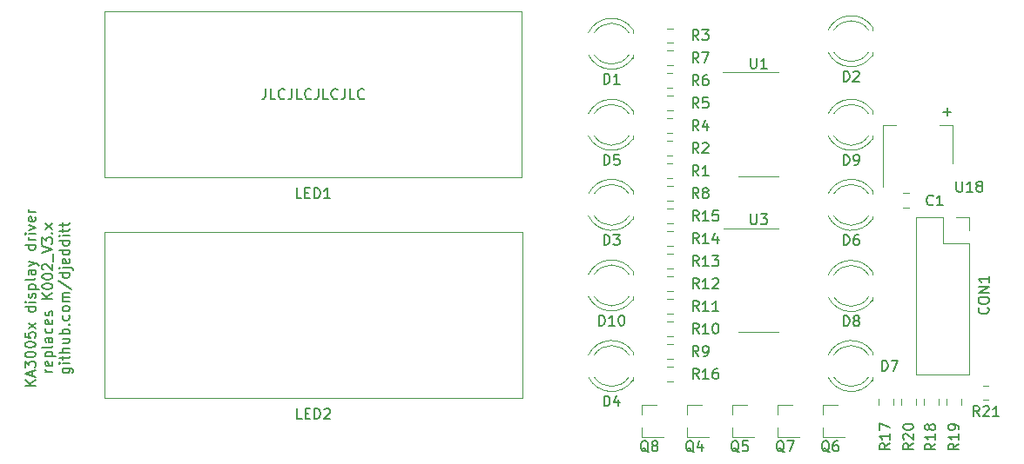
<source format=gbr>
G04 #@! TF.GenerationSoftware,KiCad,Pcbnew,(5.1.6-0-10_14)*
G04 #@! TF.CreationDate,2020-10-10T00:55:13+02:00*
G04 #@! TF.ProjectId,ka3005p_displaydriver,6b613330-3035-4705-9f64-6973706c6179,rev?*
G04 #@! TF.SameCoordinates,Original*
G04 #@! TF.FileFunction,Legend,Top*
G04 #@! TF.FilePolarity,Positive*
%FSLAX46Y46*%
G04 Gerber Fmt 4.6, Leading zero omitted, Abs format (unit mm)*
G04 Created by KiCad (PCBNEW (5.1.6-0-10_14)) date 2020-10-10 00:55:13*
%MOMM*%
%LPD*%
G01*
G04 APERTURE LIST*
%ADD10C,0.150000*%
%ADD11C,0.120000*%
G04 APERTURE END LIST*
D10*
X126430952Y-78302380D02*
X126430952Y-79016666D01*
X126383333Y-79159523D01*
X126288095Y-79254761D01*
X126145238Y-79302380D01*
X126050000Y-79302380D01*
X127383333Y-79302380D02*
X126907142Y-79302380D01*
X126907142Y-78302380D01*
X128288095Y-79207142D02*
X128240476Y-79254761D01*
X128097619Y-79302380D01*
X128002380Y-79302380D01*
X127859523Y-79254761D01*
X127764285Y-79159523D01*
X127716666Y-79064285D01*
X127669047Y-78873809D01*
X127669047Y-78730952D01*
X127716666Y-78540476D01*
X127764285Y-78445238D01*
X127859523Y-78350000D01*
X128002380Y-78302380D01*
X128097619Y-78302380D01*
X128240476Y-78350000D01*
X128288095Y-78397619D01*
X129002380Y-78302380D02*
X129002380Y-79016666D01*
X128954761Y-79159523D01*
X128859523Y-79254761D01*
X128716666Y-79302380D01*
X128621428Y-79302380D01*
X129954761Y-79302380D02*
X129478571Y-79302380D01*
X129478571Y-78302380D01*
X130859523Y-79207142D02*
X130811904Y-79254761D01*
X130669047Y-79302380D01*
X130573809Y-79302380D01*
X130430952Y-79254761D01*
X130335714Y-79159523D01*
X130288095Y-79064285D01*
X130240476Y-78873809D01*
X130240476Y-78730952D01*
X130288095Y-78540476D01*
X130335714Y-78445238D01*
X130430952Y-78350000D01*
X130573809Y-78302380D01*
X130669047Y-78302380D01*
X130811904Y-78350000D01*
X130859523Y-78397619D01*
X131573809Y-78302380D02*
X131573809Y-79016666D01*
X131526190Y-79159523D01*
X131430952Y-79254761D01*
X131288095Y-79302380D01*
X131192857Y-79302380D01*
X132526190Y-79302380D02*
X132050000Y-79302380D01*
X132050000Y-78302380D01*
X133430952Y-79207142D02*
X133383333Y-79254761D01*
X133240476Y-79302380D01*
X133145238Y-79302380D01*
X133002380Y-79254761D01*
X132907142Y-79159523D01*
X132859523Y-79064285D01*
X132811904Y-78873809D01*
X132811904Y-78730952D01*
X132859523Y-78540476D01*
X132907142Y-78445238D01*
X133002380Y-78350000D01*
X133145238Y-78302380D01*
X133240476Y-78302380D01*
X133383333Y-78350000D01*
X133430952Y-78397619D01*
X134145238Y-78302380D02*
X134145238Y-79016666D01*
X134097619Y-79159523D01*
X134002380Y-79254761D01*
X133859523Y-79302380D01*
X133764285Y-79302380D01*
X135097619Y-79302380D02*
X134621428Y-79302380D01*
X134621428Y-78302380D01*
X136002380Y-79207142D02*
X135954761Y-79254761D01*
X135811904Y-79302380D01*
X135716666Y-79302380D01*
X135573809Y-79254761D01*
X135478571Y-79159523D01*
X135430952Y-79064285D01*
X135383333Y-78873809D01*
X135383333Y-78730952D01*
X135430952Y-78540476D01*
X135478571Y-78445238D01*
X135573809Y-78350000D01*
X135716666Y-78302380D01*
X135811904Y-78302380D01*
X135954761Y-78350000D01*
X136002380Y-78397619D01*
X192319047Y-80521428D02*
X193080952Y-80521428D01*
X192700000Y-80902380D02*
X192700000Y-80140476D01*
X104052380Y-107223809D02*
X103052380Y-107223809D01*
X104052380Y-106652380D02*
X103480952Y-107080952D01*
X103052380Y-106652380D02*
X103623809Y-107223809D01*
X103766666Y-106271428D02*
X103766666Y-105795238D01*
X104052380Y-106366666D02*
X103052380Y-106033333D01*
X104052380Y-105700000D01*
X103052380Y-105461904D02*
X103052380Y-104842857D01*
X103433333Y-105176190D01*
X103433333Y-105033333D01*
X103480952Y-104938095D01*
X103528571Y-104890476D01*
X103623809Y-104842857D01*
X103861904Y-104842857D01*
X103957142Y-104890476D01*
X104004761Y-104938095D01*
X104052380Y-105033333D01*
X104052380Y-105319047D01*
X104004761Y-105414285D01*
X103957142Y-105461904D01*
X103052380Y-104223809D02*
X103052380Y-104128571D01*
X103100000Y-104033333D01*
X103147619Y-103985714D01*
X103242857Y-103938095D01*
X103433333Y-103890476D01*
X103671428Y-103890476D01*
X103861904Y-103938095D01*
X103957142Y-103985714D01*
X104004761Y-104033333D01*
X104052380Y-104128571D01*
X104052380Y-104223809D01*
X104004761Y-104319047D01*
X103957142Y-104366666D01*
X103861904Y-104414285D01*
X103671428Y-104461904D01*
X103433333Y-104461904D01*
X103242857Y-104414285D01*
X103147619Y-104366666D01*
X103100000Y-104319047D01*
X103052380Y-104223809D01*
X103052380Y-103271428D02*
X103052380Y-103176190D01*
X103100000Y-103080952D01*
X103147619Y-103033333D01*
X103242857Y-102985714D01*
X103433333Y-102938095D01*
X103671428Y-102938095D01*
X103861904Y-102985714D01*
X103957142Y-103033333D01*
X104004761Y-103080952D01*
X104052380Y-103176190D01*
X104052380Y-103271428D01*
X104004761Y-103366666D01*
X103957142Y-103414285D01*
X103861904Y-103461904D01*
X103671428Y-103509523D01*
X103433333Y-103509523D01*
X103242857Y-103461904D01*
X103147619Y-103414285D01*
X103100000Y-103366666D01*
X103052380Y-103271428D01*
X103052380Y-102033333D02*
X103052380Y-102509523D01*
X103528571Y-102557142D01*
X103480952Y-102509523D01*
X103433333Y-102414285D01*
X103433333Y-102176190D01*
X103480952Y-102080952D01*
X103528571Y-102033333D01*
X103623809Y-101985714D01*
X103861904Y-101985714D01*
X103957142Y-102033333D01*
X104004761Y-102080952D01*
X104052380Y-102176190D01*
X104052380Y-102414285D01*
X104004761Y-102509523D01*
X103957142Y-102557142D01*
X104052380Y-101652380D02*
X103385714Y-101128571D01*
X103385714Y-101652380D02*
X104052380Y-101128571D01*
X104052380Y-99557142D02*
X103052380Y-99557142D01*
X104004761Y-99557142D02*
X104052380Y-99652380D01*
X104052380Y-99842857D01*
X104004761Y-99938095D01*
X103957142Y-99985714D01*
X103861904Y-100033333D01*
X103576190Y-100033333D01*
X103480952Y-99985714D01*
X103433333Y-99938095D01*
X103385714Y-99842857D01*
X103385714Y-99652380D01*
X103433333Y-99557142D01*
X104052380Y-99080952D02*
X103385714Y-99080952D01*
X103052380Y-99080952D02*
X103100000Y-99128571D01*
X103147619Y-99080952D01*
X103100000Y-99033333D01*
X103052380Y-99080952D01*
X103147619Y-99080952D01*
X104004761Y-98652380D02*
X104052380Y-98557142D01*
X104052380Y-98366666D01*
X104004761Y-98271428D01*
X103909523Y-98223809D01*
X103861904Y-98223809D01*
X103766666Y-98271428D01*
X103719047Y-98366666D01*
X103719047Y-98509523D01*
X103671428Y-98604761D01*
X103576190Y-98652380D01*
X103528571Y-98652380D01*
X103433333Y-98604761D01*
X103385714Y-98509523D01*
X103385714Y-98366666D01*
X103433333Y-98271428D01*
X103385714Y-97795238D02*
X104385714Y-97795238D01*
X103433333Y-97795238D02*
X103385714Y-97700000D01*
X103385714Y-97509523D01*
X103433333Y-97414285D01*
X103480952Y-97366666D01*
X103576190Y-97319047D01*
X103861904Y-97319047D01*
X103957142Y-97366666D01*
X104004761Y-97414285D01*
X104052380Y-97509523D01*
X104052380Y-97700000D01*
X104004761Y-97795238D01*
X104052380Y-96747619D02*
X104004761Y-96842857D01*
X103909523Y-96890476D01*
X103052380Y-96890476D01*
X104052380Y-95938095D02*
X103528571Y-95938095D01*
X103433333Y-95985714D01*
X103385714Y-96080952D01*
X103385714Y-96271428D01*
X103433333Y-96366666D01*
X104004761Y-95938095D02*
X104052380Y-96033333D01*
X104052380Y-96271428D01*
X104004761Y-96366666D01*
X103909523Y-96414285D01*
X103814285Y-96414285D01*
X103719047Y-96366666D01*
X103671428Y-96271428D01*
X103671428Y-96033333D01*
X103623809Y-95938095D01*
X103385714Y-95557142D02*
X104052380Y-95319047D01*
X103385714Y-95080952D02*
X104052380Y-95319047D01*
X104290476Y-95414285D01*
X104338095Y-95461904D01*
X104385714Y-95557142D01*
X104052380Y-93509523D02*
X103052380Y-93509523D01*
X104004761Y-93509523D02*
X104052380Y-93604761D01*
X104052380Y-93795238D01*
X104004761Y-93890476D01*
X103957142Y-93938095D01*
X103861904Y-93985714D01*
X103576190Y-93985714D01*
X103480952Y-93938095D01*
X103433333Y-93890476D01*
X103385714Y-93795238D01*
X103385714Y-93604761D01*
X103433333Y-93509523D01*
X104052380Y-93033333D02*
X103385714Y-93033333D01*
X103576190Y-93033333D02*
X103480952Y-92985714D01*
X103433333Y-92938095D01*
X103385714Y-92842857D01*
X103385714Y-92747619D01*
X104052380Y-92414285D02*
X103385714Y-92414285D01*
X103052380Y-92414285D02*
X103100000Y-92461904D01*
X103147619Y-92414285D01*
X103100000Y-92366666D01*
X103052380Y-92414285D01*
X103147619Y-92414285D01*
X103385714Y-92033333D02*
X104052380Y-91795238D01*
X103385714Y-91557142D01*
X104004761Y-90795238D02*
X104052380Y-90890476D01*
X104052380Y-91080952D01*
X104004761Y-91176190D01*
X103909523Y-91223809D01*
X103528571Y-91223809D01*
X103433333Y-91176190D01*
X103385714Y-91080952D01*
X103385714Y-90890476D01*
X103433333Y-90795238D01*
X103528571Y-90747619D01*
X103623809Y-90747619D01*
X103719047Y-91223809D01*
X104052380Y-90319047D02*
X103385714Y-90319047D01*
X103576190Y-90319047D02*
X103480952Y-90271428D01*
X103433333Y-90223809D01*
X103385714Y-90128571D01*
X103385714Y-90033333D01*
X105702380Y-105866666D02*
X105035714Y-105866666D01*
X105226190Y-105866666D02*
X105130952Y-105819047D01*
X105083333Y-105771428D01*
X105035714Y-105676190D01*
X105035714Y-105580952D01*
X105654761Y-104866666D02*
X105702380Y-104961904D01*
X105702380Y-105152380D01*
X105654761Y-105247619D01*
X105559523Y-105295238D01*
X105178571Y-105295238D01*
X105083333Y-105247619D01*
X105035714Y-105152380D01*
X105035714Y-104961904D01*
X105083333Y-104866666D01*
X105178571Y-104819047D01*
X105273809Y-104819047D01*
X105369047Y-105295238D01*
X105035714Y-104390476D02*
X106035714Y-104390476D01*
X105083333Y-104390476D02*
X105035714Y-104295238D01*
X105035714Y-104104761D01*
X105083333Y-104009523D01*
X105130952Y-103961904D01*
X105226190Y-103914285D01*
X105511904Y-103914285D01*
X105607142Y-103961904D01*
X105654761Y-104009523D01*
X105702380Y-104104761D01*
X105702380Y-104295238D01*
X105654761Y-104390476D01*
X105702380Y-103342857D02*
X105654761Y-103438095D01*
X105559523Y-103485714D01*
X104702380Y-103485714D01*
X105702380Y-102533333D02*
X105178571Y-102533333D01*
X105083333Y-102580952D01*
X105035714Y-102676190D01*
X105035714Y-102866666D01*
X105083333Y-102961904D01*
X105654761Y-102533333D02*
X105702380Y-102628571D01*
X105702380Y-102866666D01*
X105654761Y-102961904D01*
X105559523Y-103009523D01*
X105464285Y-103009523D01*
X105369047Y-102961904D01*
X105321428Y-102866666D01*
X105321428Y-102628571D01*
X105273809Y-102533333D01*
X105654761Y-101628571D02*
X105702380Y-101723809D01*
X105702380Y-101914285D01*
X105654761Y-102009523D01*
X105607142Y-102057142D01*
X105511904Y-102104761D01*
X105226190Y-102104761D01*
X105130952Y-102057142D01*
X105083333Y-102009523D01*
X105035714Y-101914285D01*
X105035714Y-101723809D01*
X105083333Y-101628571D01*
X105654761Y-100819047D02*
X105702380Y-100914285D01*
X105702380Y-101104761D01*
X105654761Y-101200000D01*
X105559523Y-101247619D01*
X105178571Y-101247619D01*
X105083333Y-101200000D01*
X105035714Y-101104761D01*
X105035714Y-100914285D01*
X105083333Y-100819047D01*
X105178571Y-100771428D01*
X105273809Y-100771428D01*
X105369047Y-101247619D01*
X105654761Y-100390476D02*
X105702380Y-100295238D01*
X105702380Y-100104761D01*
X105654761Y-100009523D01*
X105559523Y-99961904D01*
X105511904Y-99961904D01*
X105416666Y-100009523D01*
X105369047Y-100104761D01*
X105369047Y-100247619D01*
X105321428Y-100342857D01*
X105226190Y-100390476D01*
X105178571Y-100390476D01*
X105083333Y-100342857D01*
X105035714Y-100247619D01*
X105035714Y-100104761D01*
X105083333Y-100009523D01*
X105702380Y-98771428D02*
X104702380Y-98771428D01*
X105702380Y-98200000D02*
X105130952Y-98628571D01*
X104702380Y-98200000D02*
X105273809Y-98771428D01*
X104702380Y-97580952D02*
X104702380Y-97485714D01*
X104750000Y-97390476D01*
X104797619Y-97342857D01*
X104892857Y-97295238D01*
X105083333Y-97247619D01*
X105321428Y-97247619D01*
X105511904Y-97295238D01*
X105607142Y-97342857D01*
X105654761Y-97390476D01*
X105702380Y-97485714D01*
X105702380Y-97580952D01*
X105654761Y-97676190D01*
X105607142Y-97723809D01*
X105511904Y-97771428D01*
X105321428Y-97819047D01*
X105083333Y-97819047D01*
X104892857Y-97771428D01*
X104797619Y-97723809D01*
X104750000Y-97676190D01*
X104702380Y-97580952D01*
X104702380Y-96628571D02*
X104702380Y-96533333D01*
X104750000Y-96438095D01*
X104797619Y-96390476D01*
X104892857Y-96342857D01*
X105083333Y-96295238D01*
X105321428Y-96295238D01*
X105511904Y-96342857D01*
X105607142Y-96390476D01*
X105654761Y-96438095D01*
X105702380Y-96533333D01*
X105702380Y-96628571D01*
X105654761Y-96723809D01*
X105607142Y-96771428D01*
X105511904Y-96819047D01*
X105321428Y-96866666D01*
X105083333Y-96866666D01*
X104892857Y-96819047D01*
X104797619Y-96771428D01*
X104750000Y-96723809D01*
X104702380Y-96628571D01*
X104797619Y-95914285D02*
X104750000Y-95866666D01*
X104702380Y-95771428D01*
X104702380Y-95533333D01*
X104750000Y-95438095D01*
X104797619Y-95390476D01*
X104892857Y-95342857D01*
X104988095Y-95342857D01*
X105130952Y-95390476D01*
X105702380Y-95961904D01*
X105702380Y-95342857D01*
X105797619Y-95152380D02*
X105797619Y-94390476D01*
X104702380Y-94295238D02*
X105702380Y-93961904D01*
X104702380Y-93628571D01*
X104702380Y-93390476D02*
X104702380Y-92771428D01*
X105083333Y-93104761D01*
X105083333Y-92961904D01*
X105130952Y-92866666D01*
X105178571Y-92819047D01*
X105273809Y-92771428D01*
X105511904Y-92771428D01*
X105607142Y-92819047D01*
X105654761Y-92866666D01*
X105702380Y-92961904D01*
X105702380Y-93247619D01*
X105654761Y-93342857D01*
X105607142Y-93390476D01*
X105607142Y-92342857D02*
X105654761Y-92295238D01*
X105702380Y-92342857D01*
X105654761Y-92390476D01*
X105607142Y-92342857D01*
X105702380Y-92342857D01*
X105702380Y-91961904D02*
X105035714Y-91438095D01*
X105035714Y-91961904D02*
X105702380Y-91438095D01*
X106685714Y-105509523D02*
X107495238Y-105509523D01*
X107590476Y-105557142D01*
X107638095Y-105604761D01*
X107685714Y-105700000D01*
X107685714Y-105842857D01*
X107638095Y-105938095D01*
X107304761Y-105509523D02*
X107352380Y-105604761D01*
X107352380Y-105795238D01*
X107304761Y-105890476D01*
X107257142Y-105938095D01*
X107161904Y-105985714D01*
X106876190Y-105985714D01*
X106780952Y-105938095D01*
X106733333Y-105890476D01*
X106685714Y-105795238D01*
X106685714Y-105604761D01*
X106733333Y-105509523D01*
X107352380Y-105033333D02*
X106685714Y-105033333D01*
X106352380Y-105033333D02*
X106400000Y-105080952D01*
X106447619Y-105033333D01*
X106400000Y-104985714D01*
X106352380Y-105033333D01*
X106447619Y-105033333D01*
X106685714Y-104700000D02*
X106685714Y-104319047D01*
X106352380Y-104557142D02*
X107209523Y-104557142D01*
X107304761Y-104509523D01*
X107352380Y-104414285D01*
X107352380Y-104319047D01*
X107352380Y-103985714D02*
X106352380Y-103985714D01*
X107352380Y-103557142D02*
X106828571Y-103557142D01*
X106733333Y-103604761D01*
X106685714Y-103700000D01*
X106685714Y-103842857D01*
X106733333Y-103938095D01*
X106780952Y-103985714D01*
X106685714Y-102652380D02*
X107352380Y-102652380D01*
X106685714Y-103080952D02*
X107209523Y-103080952D01*
X107304761Y-103033333D01*
X107352380Y-102938095D01*
X107352380Y-102795238D01*
X107304761Y-102700000D01*
X107257142Y-102652380D01*
X107352380Y-102176190D02*
X106352380Y-102176190D01*
X106733333Y-102176190D02*
X106685714Y-102080952D01*
X106685714Y-101890476D01*
X106733333Y-101795238D01*
X106780952Y-101747619D01*
X106876190Y-101700000D01*
X107161904Y-101700000D01*
X107257142Y-101747619D01*
X107304761Y-101795238D01*
X107352380Y-101890476D01*
X107352380Y-102080952D01*
X107304761Y-102176190D01*
X107257142Y-101271428D02*
X107304761Y-101223809D01*
X107352380Y-101271428D01*
X107304761Y-101319047D01*
X107257142Y-101271428D01*
X107352380Y-101271428D01*
X107304761Y-100366666D02*
X107352380Y-100461904D01*
X107352380Y-100652380D01*
X107304761Y-100747619D01*
X107257142Y-100795238D01*
X107161904Y-100842857D01*
X106876190Y-100842857D01*
X106780952Y-100795238D01*
X106733333Y-100747619D01*
X106685714Y-100652380D01*
X106685714Y-100461904D01*
X106733333Y-100366666D01*
X107352380Y-99795238D02*
X107304761Y-99890476D01*
X107257142Y-99938095D01*
X107161904Y-99985714D01*
X106876190Y-99985714D01*
X106780952Y-99938095D01*
X106733333Y-99890476D01*
X106685714Y-99795238D01*
X106685714Y-99652380D01*
X106733333Y-99557142D01*
X106780952Y-99509523D01*
X106876190Y-99461904D01*
X107161904Y-99461904D01*
X107257142Y-99509523D01*
X107304761Y-99557142D01*
X107352380Y-99652380D01*
X107352380Y-99795238D01*
X107352380Y-99033333D02*
X106685714Y-99033333D01*
X106780952Y-99033333D02*
X106733333Y-98985714D01*
X106685714Y-98890476D01*
X106685714Y-98747619D01*
X106733333Y-98652380D01*
X106828571Y-98604761D01*
X107352380Y-98604761D01*
X106828571Y-98604761D02*
X106733333Y-98557142D01*
X106685714Y-98461904D01*
X106685714Y-98319047D01*
X106733333Y-98223809D01*
X106828571Y-98176190D01*
X107352380Y-98176190D01*
X106304761Y-96985714D02*
X107590476Y-97842857D01*
X107352380Y-96223809D02*
X106352380Y-96223809D01*
X107304761Y-96223809D02*
X107352380Y-96319047D01*
X107352380Y-96509523D01*
X107304761Y-96604761D01*
X107257142Y-96652380D01*
X107161904Y-96700000D01*
X106876190Y-96700000D01*
X106780952Y-96652380D01*
X106733333Y-96604761D01*
X106685714Y-96509523D01*
X106685714Y-96319047D01*
X106733333Y-96223809D01*
X106685714Y-95747619D02*
X107542857Y-95747619D01*
X107638095Y-95795238D01*
X107685714Y-95890476D01*
X107685714Y-95938095D01*
X106352380Y-95747619D02*
X106400000Y-95795238D01*
X106447619Y-95747619D01*
X106400000Y-95700000D01*
X106352380Y-95747619D01*
X106447619Y-95747619D01*
X107304761Y-94890476D02*
X107352380Y-94985714D01*
X107352380Y-95176190D01*
X107304761Y-95271428D01*
X107209523Y-95319047D01*
X106828571Y-95319047D01*
X106733333Y-95271428D01*
X106685714Y-95176190D01*
X106685714Y-94985714D01*
X106733333Y-94890476D01*
X106828571Y-94842857D01*
X106923809Y-94842857D01*
X107019047Y-95319047D01*
X107352380Y-93985714D02*
X106352380Y-93985714D01*
X107304761Y-93985714D02*
X107352380Y-94080952D01*
X107352380Y-94271428D01*
X107304761Y-94366666D01*
X107257142Y-94414285D01*
X107161904Y-94461904D01*
X106876190Y-94461904D01*
X106780952Y-94414285D01*
X106733333Y-94366666D01*
X106685714Y-94271428D01*
X106685714Y-94080952D01*
X106733333Y-93985714D01*
X107352380Y-93080952D02*
X106352380Y-93080952D01*
X107304761Y-93080952D02*
X107352380Y-93176190D01*
X107352380Y-93366666D01*
X107304761Y-93461904D01*
X107257142Y-93509523D01*
X107161904Y-93557142D01*
X106876190Y-93557142D01*
X106780952Y-93509523D01*
X106733333Y-93461904D01*
X106685714Y-93366666D01*
X106685714Y-93176190D01*
X106733333Y-93080952D01*
X107352380Y-92604761D02*
X106685714Y-92604761D01*
X106352380Y-92604761D02*
X106400000Y-92652380D01*
X106447619Y-92604761D01*
X106400000Y-92557142D01*
X106352380Y-92604761D01*
X106447619Y-92604761D01*
X106685714Y-92271428D02*
X106685714Y-91890476D01*
X106352380Y-92128571D02*
X107209523Y-92128571D01*
X107304761Y-92080952D01*
X107352380Y-91985714D01*
X107352380Y-91890476D01*
X106685714Y-91700000D02*
X106685714Y-91319047D01*
X106352380Y-91557142D02*
X107209523Y-91557142D01*
X107304761Y-91509523D01*
X107352380Y-91414285D01*
X107352380Y-91319047D01*
D11*
X188443748Y-88460000D02*
X188966252Y-88460000D01*
X188443748Y-89880000D02*
X188966252Y-89880000D01*
X151350000Y-86950000D02*
X110750000Y-86950000D01*
X151350000Y-86950000D02*
X151350000Y-70750000D01*
X110750000Y-70750000D02*
X110750000Y-86950000D01*
X110750000Y-70750000D02*
X151350000Y-70750000D01*
X188240000Y-108538748D02*
X188240000Y-109061252D01*
X189660000Y-108538748D02*
X189660000Y-109061252D01*
X190440000Y-108538748D02*
X190440000Y-109061252D01*
X191860000Y-108538748D02*
X191860000Y-109061252D01*
X192640000Y-108538748D02*
X192640000Y-109061252D01*
X194060000Y-108538748D02*
X194060000Y-109061252D01*
X176190000Y-109070000D02*
X177650000Y-109070000D01*
X176190000Y-112230000D02*
X178350000Y-112230000D01*
X176190000Y-112230000D02*
X176190000Y-111300000D01*
X176190000Y-109070000D02*
X176190000Y-110000000D01*
X151370000Y-108450000D02*
X110770000Y-108450000D01*
X151370000Y-108450000D02*
X151370000Y-92250000D01*
X110770000Y-92250000D02*
X110770000Y-108450000D01*
X110770000Y-92250000D02*
X151370000Y-92250000D01*
X180590000Y-109070000D02*
X182050000Y-109070000D01*
X180590000Y-112230000D02*
X182750000Y-112230000D01*
X180590000Y-112230000D02*
X180590000Y-111300000D01*
X180590000Y-109070000D02*
X180590000Y-110000000D01*
X162130000Y-80720000D02*
X162130000Y-80401000D01*
X162130000Y-83199000D02*
X162130000Y-82880000D01*
X157826758Y-82880724D02*
G75*
G03*
X162130000Y-83198749I2243242J1080724D01*
G01*
X157826758Y-80719276D02*
G75*
G02*
X162130000Y-80401251I2243242J-1080724D01*
G01*
X158387287Y-82880961D02*
G75*
G03*
X161753330Y-82880000I1682713J1080961D01*
G01*
X158387287Y-80719039D02*
G75*
G02*
X161753330Y-80720000I1682713J-1080961D01*
G01*
X185430000Y-72570000D02*
X185430000Y-72251000D01*
X185430000Y-75049000D02*
X185430000Y-74730000D01*
X181126758Y-74730724D02*
G75*
G03*
X185430000Y-75048749I2243242J1080724D01*
G01*
X181126758Y-72569276D02*
G75*
G02*
X185430000Y-72251251I2243242J-1080724D01*
G01*
X181687287Y-74730961D02*
G75*
G03*
X185053330Y-74730000I1682713J1080961D01*
G01*
X181687287Y-72569039D02*
G75*
G02*
X185053330Y-72570000I1682713J-1080961D01*
G01*
X185430000Y-96420000D02*
X185430000Y-96101000D01*
X185430000Y-98899000D02*
X185430000Y-98580000D01*
X181126758Y-98580724D02*
G75*
G03*
X185430000Y-98898749I2243242J1080724D01*
G01*
X181126758Y-96419276D02*
G75*
G02*
X185430000Y-96101251I2243242J-1080724D01*
G01*
X181687287Y-98580961D02*
G75*
G03*
X185053330Y-98580000I1682713J1080961D01*
G01*
X181687287Y-96419039D02*
G75*
G02*
X185053330Y-96420000I1682713J-1080961D01*
G01*
X162130000Y-104220000D02*
X162130000Y-103901000D01*
X162130000Y-106699000D02*
X162130000Y-106380000D01*
X157826758Y-106380724D02*
G75*
G03*
X162130000Y-106698749I2243242J1080724D01*
G01*
X157826758Y-104219276D02*
G75*
G02*
X162130000Y-103901251I2243242J-1080724D01*
G01*
X158387287Y-106380961D02*
G75*
G03*
X161753330Y-106380000I1682713J1080961D01*
G01*
X158387287Y-104219039D02*
G75*
G02*
X161753330Y-104220000I1682713J-1080961D01*
G01*
X185430000Y-88520000D02*
X185430000Y-88201000D01*
X185430000Y-90999000D02*
X185430000Y-90680000D01*
X181126758Y-90680724D02*
G75*
G03*
X185430000Y-90998749I2243242J1080724D01*
G01*
X181126758Y-88519276D02*
G75*
G02*
X185430000Y-88201251I2243242J-1080724D01*
G01*
X181687287Y-90680961D02*
G75*
G03*
X185053330Y-90680000I1682713J1080961D01*
G01*
X181687287Y-88519039D02*
G75*
G02*
X185053330Y-88520000I1682713J-1080961D01*
G01*
X162130000Y-88520000D02*
X162130000Y-88201000D01*
X162130000Y-90999000D02*
X162130000Y-90680000D01*
X157826758Y-90680724D02*
G75*
G03*
X162130000Y-90998749I2243242J1080724D01*
G01*
X157826758Y-88519276D02*
G75*
G02*
X162130000Y-88201251I2243242J-1080724D01*
G01*
X158387287Y-90680961D02*
G75*
G03*
X161753330Y-90680000I1682713J1080961D01*
G01*
X158387287Y-88519039D02*
G75*
G02*
X161753330Y-88520000I1682713J-1080961D01*
G01*
X162130000Y-72820000D02*
X162130000Y-72501000D01*
X162130000Y-75299000D02*
X162130000Y-74980000D01*
X157826758Y-74980724D02*
G75*
G03*
X162130000Y-75298749I2243242J1080724D01*
G01*
X157826758Y-72819276D02*
G75*
G02*
X162130000Y-72501251I2243242J-1080724D01*
G01*
X158387287Y-74980961D02*
G75*
G03*
X161753330Y-74980000I1682713J1080961D01*
G01*
X158387287Y-72819039D02*
G75*
G02*
X161753330Y-72820000I1682713J-1080961D01*
G01*
X185430000Y-80720000D02*
X185430000Y-80401000D01*
X185430000Y-83199000D02*
X185430000Y-82880000D01*
X181126758Y-82880724D02*
G75*
G03*
X185430000Y-83198749I2243242J1080724D01*
G01*
X181126758Y-80719276D02*
G75*
G02*
X185430000Y-80401251I2243242J-1080724D01*
G01*
X181687287Y-82880961D02*
G75*
G03*
X185053330Y-82880000I1682713J1080961D01*
G01*
X181687287Y-80719039D02*
G75*
G02*
X185053330Y-80720000I1682713J-1080961D01*
G01*
X185430000Y-104220000D02*
X185430000Y-103901000D01*
X185430000Y-106699000D02*
X185430000Y-106380000D01*
X181126758Y-106380724D02*
G75*
G03*
X185430000Y-106698749I2243242J1080724D01*
G01*
X181126758Y-104219276D02*
G75*
G02*
X185430000Y-103901251I2243242J-1080724D01*
G01*
X181687287Y-106380961D02*
G75*
G03*
X185053330Y-106380000I1682713J1080961D01*
G01*
X181687287Y-104219039D02*
G75*
G02*
X185053330Y-104220000I1682713J-1080961D01*
G01*
X196736252Y-107190000D02*
X196213748Y-107190000D01*
X196736252Y-108610000D02*
X196213748Y-108610000D01*
X186040000Y-108538748D02*
X186040000Y-109061252D01*
X187460000Y-108538748D02*
X187460000Y-109061252D01*
X162990000Y-109070000D02*
X164450000Y-109070000D01*
X162990000Y-112230000D02*
X165150000Y-112230000D01*
X162990000Y-112230000D02*
X162990000Y-111300000D01*
X162990000Y-109070000D02*
X162990000Y-110000000D01*
X171790000Y-109070000D02*
X173250000Y-109070000D01*
X171790000Y-112230000D02*
X173950000Y-112230000D01*
X171790000Y-112230000D02*
X171790000Y-111300000D01*
X171790000Y-109070000D02*
X171790000Y-110000000D01*
X167390000Y-109070000D02*
X168850000Y-109070000D01*
X167390000Y-112230000D02*
X169550000Y-112230000D01*
X167390000Y-112230000D02*
X167390000Y-111300000D01*
X167390000Y-109070000D02*
X167390000Y-110000000D01*
X193260000Y-81790000D02*
X192000000Y-81790000D01*
X186440000Y-81790000D02*
X187700000Y-81790000D01*
X193260000Y-85550000D02*
X193260000Y-81790000D01*
X186440000Y-87800000D02*
X186440000Y-81790000D01*
X165488748Y-105390000D02*
X166011252Y-105390000D01*
X165488748Y-106810000D02*
X166011252Y-106810000D01*
X165493748Y-89990000D02*
X166016252Y-89990000D01*
X165493748Y-91410000D02*
X166016252Y-91410000D01*
X165493748Y-92190000D02*
X166016252Y-92190000D01*
X165493748Y-93610000D02*
X166016252Y-93610000D01*
X165493748Y-94390000D02*
X166016252Y-94390000D01*
X165493748Y-95810000D02*
X166016252Y-95810000D01*
X165493748Y-96590000D02*
X166016252Y-96590000D01*
X165493748Y-98010000D02*
X166016252Y-98010000D01*
X165493748Y-98790000D02*
X166016252Y-98790000D01*
X165493748Y-100210000D02*
X166016252Y-100210000D01*
X165493748Y-100990000D02*
X166016252Y-100990000D01*
X165493748Y-102410000D02*
X166016252Y-102410000D01*
X165493748Y-103190000D02*
X166016252Y-103190000D01*
X165493748Y-104610000D02*
X166016252Y-104610000D01*
X165488748Y-87790000D02*
X166011252Y-87790000D01*
X165488748Y-89210000D02*
X166011252Y-89210000D01*
X165493748Y-74590000D02*
X166016252Y-74590000D01*
X165493748Y-76010000D02*
X166016252Y-76010000D01*
X165483748Y-76790000D02*
X166006252Y-76790000D01*
X165483748Y-78210000D02*
X166006252Y-78210000D01*
X165493748Y-78990000D02*
X166016252Y-78990000D01*
X165493748Y-80410000D02*
X166016252Y-80410000D01*
X165483748Y-81190000D02*
X166006252Y-81190000D01*
X165483748Y-82610000D02*
X166006252Y-82610000D01*
X165493748Y-72390000D02*
X166016252Y-72390000D01*
X165493748Y-73810000D02*
X166016252Y-73810000D01*
X165483748Y-84810000D02*
X166006252Y-84810000D01*
X165483748Y-83390000D02*
X166006252Y-83390000D01*
X165483748Y-85590000D02*
X166006252Y-85590000D01*
X165483748Y-87010000D02*
X166006252Y-87010000D01*
X174375000Y-102010000D02*
X176325000Y-102010000D01*
X174375000Y-102010000D02*
X172425000Y-102010000D01*
X174375000Y-91890000D02*
X176325000Y-91890000D01*
X174375000Y-91890000D02*
X170925000Y-91890000D01*
X174350000Y-86810000D02*
X176300000Y-86810000D01*
X174350000Y-86810000D02*
X172400000Y-86810000D01*
X174350000Y-76690000D02*
X176300000Y-76690000D01*
X174350000Y-76690000D02*
X170900000Y-76690000D01*
X189670000Y-90770000D02*
X192270000Y-90770000D01*
X189670000Y-90770000D02*
X189670000Y-106130000D01*
X189670000Y-106130000D02*
X194870000Y-106130000D01*
X194870000Y-93370000D02*
X194870000Y-106130000D01*
X192270000Y-93370000D02*
X194870000Y-93370000D01*
X192270000Y-90770000D02*
X192270000Y-93370000D01*
X194870000Y-90770000D02*
X194870000Y-92100000D01*
X193540000Y-90770000D02*
X194870000Y-90770000D01*
X162130000Y-96370000D02*
X162130000Y-96051000D01*
X162130000Y-98849000D02*
X162130000Y-98530000D01*
X158387287Y-96369039D02*
G75*
G02*
X161753330Y-96370000I1682713J-1080961D01*
G01*
X158387287Y-98530961D02*
G75*
G03*
X161753330Y-98530000I1682713J1080961D01*
G01*
X157826758Y-96369276D02*
G75*
G02*
X162130000Y-96051251I2243242J-1080724D01*
G01*
X157826758Y-98530724D02*
G75*
G03*
X162130000Y-98848749I2243242J1080724D01*
G01*
D10*
X191333333Y-89557142D02*
X191285714Y-89604761D01*
X191142857Y-89652380D01*
X191047619Y-89652380D01*
X190904761Y-89604761D01*
X190809523Y-89509523D01*
X190761904Y-89414285D01*
X190714285Y-89223809D01*
X190714285Y-89080952D01*
X190761904Y-88890476D01*
X190809523Y-88795238D01*
X190904761Y-88700000D01*
X191047619Y-88652380D01*
X191142857Y-88652380D01*
X191285714Y-88700000D01*
X191333333Y-88747619D01*
X192285714Y-89652380D02*
X191714285Y-89652380D01*
X192000000Y-89652380D02*
X192000000Y-88652380D01*
X191904761Y-88795238D01*
X191809523Y-88890476D01*
X191714285Y-88938095D01*
X129930952Y-88952380D02*
X129454761Y-88952380D01*
X129454761Y-87952380D01*
X130264285Y-88428571D02*
X130597619Y-88428571D01*
X130740476Y-88952380D02*
X130264285Y-88952380D01*
X130264285Y-87952380D01*
X130740476Y-87952380D01*
X131169047Y-88952380D02*
X131169047Y-87952380D01*
X131407142Y-87952380D01*
X131550000Y-88000000D01*
X131645238Y-88095238D01*
X131692857Y-88190476D01*
X131740476Y-88380952D01*
X131740476Y-88523809D01*
X131692857Y-88714285D01*
X131645238Y-88809523D01*
X131550000Y-88904761D01*
X131407142Y-88952380D01*
X131169047Y-88952380D01*
X132692857Y-88952380D02*
X132121428Y-88952380D01*
X132407142Y-88952380D02*
X132407142Y-87952380D01*
X132311904Y-88095238D01*
X132216666Y-88190476D01*
X132121428Y-88238095D01*
X189402380Y-112842857D02*
X188926190Y-113176190D01*
X189402380Y-113414285D02*
X188402380Y-113414285D01*
X188402380Y-113033333D01*
X188450000Y-112938095D01*
X188497619Y-112890476D01*
X188592857Y-112842857D01*
X188735714Y-112842857D01*
X188830952Y-112890476D01*
X188878571Y-112938095D01*
X188926190Y-113033333D01*
X188926190Y-113414285D01*
X188497619Y-112461904D02*
X188450000Y-112414285D01*
X188402380Y-112319047D01*
X188402380Y-112080952D01*
X188450000Y-111985714D01*
X188497619Y-111938095D01*
X188592857Y-111890476D01*
X188688095Y-111890476D01*
X188830952Y-111938095D01*
X189402380Y-112509523D01*
X189402380Y-111890476D01*
X188402380Y-111271428D02*
X188402380Y-111176190D01*
X188450000Y-111080952D01*
X188497619Y-111033333D01*
X188592857Y-110985714D01*
X188783333Y-110938095D01*
X189021428Y-110938095D01*
X189211904Y-110985714D01*
X189307142Y-111033333D01*
X189354761Y-111080952D01*
X189402380Y-111176190D01*
X189402380Y-111271428D01*
X189354761Y-111366666D01*
X189307142Y-111414285D01*
X189211904Y-111461904D01*
X189021428Y-111509523D01*
X188783333Y-111509523D01*
X188592857Y-111461904D01*
X188497619Y-111414285D01*
X188450000Y-111366666D01*
X188402380Y-111271428D01*
X191552380Y-112867857D02*
X191076190Y-113201190D01*
X191552380Y-113439285D02*
X190552380Y-113439285D01*
X190552380Y-113058333D01*
X190600000Y-112963095D01*
X190647619Y-112915476D01*
X190742857Y-112867857D01*
X190885714Y-112867857D01*
X190980952Y-112915476D01*
X191028571Y-112963095D01*
X191076190Y-113058333D01*
X191076190Y-113439285D01*
X191552380Y-111915476D02*
X191552380Y-112486904D01*
X191552380Y-112201190D02*
X190552380Y-112201190D01*
X190695238Y-112296428D01*
X190790476Y-112391666D01*
X190838095Y-112486904D01*
X190980952Y-111344047D02*
X190933333Y-111439285D01*
X190885714Y-111486904D01*
X190790476Y-111534523D01*
X190742857Y-111534523D01*
X190647619Y-111486904D01*
X190600000Y-111439285D01*
X190552380Y-111344047D01*
X190552380Y-111153571D01*
X190600000Y-111058333D01*
X190647619Y-111010714D01*
X190742857Y-110963095D01*
X190790476Y-110963095D01*
X190885714Y-111010714D01*
X190933333Y-111058333D01*
X190980952Y-111153571D01*
X190980952Y-111344047D01*
X191028571Y-111439285D01*
X191076190Y-111486904D01*
X191171428Y-111534523D01*
X191361904Y-111534523D01*
X191457142Y-111486904D01*
X191504761Y-111439285D01*
X191552380Y-111344047D01*
X191552380Y-111153571D01*
X191504761Y-111058333D01*
X191457142Y-111010714D01*
X191361904Y-110963095D01*
X191171428Y-110963095D01*
X191076190Y-111010714D01*
X191028571Y-111058333D01*
X190980952Y-111153571D01*
X193827380Y-112867857D02*
X193351190Y-113201190D01*
X193827380Y-113439285D02*
X192827380Y-113439285D01*
X192827380Y-113058333D01*
X192875000Y-112963095D01*
X192922619Y-112915476D01*
X193017857Y-112867857D01*
X193160714Y-112867857D01*
X193255952Y-112915476D01*
X193303571Y-112963095D01*
X193351190Y-113058333D01*
X193351190Y-113439285D01*
X193827380Y-111915476D02*
X193827380Y-112486904D01*
X193827380Y-112201190D02*
X192827380Y-112201190D01*
X192970238Y-112296428D01*
X193065476Y-112391666D01*
X193113095Y-112486904D01*
X193827380Y-111439285D02*
X193827380Y-111248809D01*
X193779761Y-111153571D01*
X193732142Y-111105952D01*
X193589285Y-111010714D01*
X193398809Y-110963095D01*
X193017857Y-110963095D01*
X192922619Y-111010714D01*
X192875000Y-111058333D01*
X192827380Y-111153571D01*
X192827380Y-111344047D01*
X192875000Y-111439285D01*
X192922619Y-111486904D01*
X193017857Y-111534523D01*
X193255952Y-111534523D01*
X193351190Y-111486904D01*
X193398809Y-111439285D01*
X193446428Y-111344047D01*
X193446428Y-111153571D01*
X193398809Y-111058333D01*
X193351190Y-111010714D01*
X193255952Y-110963095D01*
X176854761Y-113697619D02*
X176759523Y-113650000D01*
X176664285Y-113554761D01*
X176521428Y-113411904D01*
X176426190Y-113364285D01*
X176330952Y-113364285D01*
X176378571Y-113602380D02*
X176283333Y-113554761D01*
X176188095Y-113459523D01*
X176140476Y-113269047D01*
X176140476Y-112935714D01*
X176188095Y-112745238D01*
X176283333Y-112650000D01*
X176378571Y-112602380D01*
X176569047Y-112602380D01*
X176664285Y-112650000D01*
X176759523Y-112745238D01*
X176807142Y-112935714D01*
X176807142Y-113269047D01*
X176759523Y-113459523D01*
X176664285Y-113554761D01*
X176569047Y-113602380D01*
X176378571Y-113602380D01*
X177140476Y-112602380D02*
X177807142Y-112602380D01*
X177378571Y-113602380D01*
X129950952Y-110452380D02*
X129474761Y-110452380D01*
X129474761Y-109452380D01*
X130284285Y-109928571D02*
X130617619Y-109928571D01*
X130760476Y-110452380D02*
X130284285Y-110452380D01*
X130284285Y-109452380D01*
X130760476Y-109452380D01*
X131189047Y-110452380D02*
X131189047Y-109452380D01*
X131427142Y-109452380D01*
X131570000Y-109500000D01*
X131665238Y-109595238D01*
X131712857Y-109690476D01*
X131760476Y-109880952D01*
X131760476Y-110023809D01*
X131712857Y-110214285D01*
X131665238Y-110309523D01*
X131570000Y-110404761D01*
X131427142Y-110452380D01*
X131189047Y-110452380D01*
X132141428Y-109547619D02*
X132189047Y-109500000D01*
X132284285Y-109452380D01*
X132522380Y-109452380D01*
X132617619Y-109500000D01*
X132665238Y-109547619D01*
X132712857Y-109642857D01*
X132712857Y-109738095D01*
X132665238Y-109880952D01*
X132093809Y-110452380D01*
X132712857Y-110452380D01*
X181254761Y-113697619D02*
X181159523Y-113650000D01*
X181064285Y-113554761D01*
X180921428Y-113411904D01*
X180826190Y-113364285D01*
X180730952Y-113364285D01*
X180778571Y-113602380D02*
X180683333Y-113554761D01*
X180588095Y-113459523D01*
X180540476Y-113269047D01*
X180540476Y-112935714D01*
X180588095Y-112745238D01*
X180683333Y-112650000D01*
X180778571Y-112602380D01*
X180969047Y-112602380D01*
X181064285Y-112650000D01*
X181159523Y-112745238D01*
X181207142Y-112935714D01*
X181207142Y-113269047D01*
X181159523Y-113459523D01*
X181064285Y-113554761D01*
X180969047Y-113602380D01*
X180778571Y-113602380D01*
X182064285Y-112602380D02*
X181873809Y-112602380D01*
X181778571Y-112650000D01*
X181730952Y-112697619D01*
X181635714Y-112840476D01*
X181588095Y-113030952D01*
X181588095Y-113411904D01*
X181635714Y-113507142D01*
X181683333Y-113554761D01*
X181778571Y-113602380D01*
X181969047Y-113602380D01*
X182064285Y-113554761D01*
X182111904Y-113507142D01*
X182159523Y-113411904D01*
X182159523Y-113173809D01*
X182111904Y-113078571D01*
X182064285Y-113030952D01*
X181969047Y-112983333D01*
X181778571Y-112983333D01*
X181683333Y-113030952D01*
X181635714Y-113078571D01*
X181588095Y-113173809D01*
X159331904Y-85712380D02*
X159331904Y-84712380D01*
X159570000Y-84712380D01*
X159712857Y-84760000D01*
X159808095Y-84855238D01*
X159855714Y-84950476D01*
X159903333Y-85140952D01*
X159903333Y-85283809D01*
X159855714Y-85474285D01*
X159808095Y-85569523D01*
X159712857Y-85664761D01*
X159570000Y-85712380D01*
X159331904Y-85712380D01*
X160808095Y-84712380D02*
X160331904Y-84712380D01*
X160284285Y-85188571D01*
X160331904Y-85140952D01*
X160427142Y-85093333D01*
X160665238Y-85093333D01*
X160760476Y-85140952D01*
X160808095Y-85188571D01*
X160855714Y-85283809D01*
X160855714Y-85521904D01*
X160808095Y-85617142D01*
X160760476Y-85664761D01*
X160665238Y-85712380D01*
X160427142Y-85712380D01*
X160331904Y-85664761D01*
X160284285Y-85617142D01*
X182631904Y-77562380D02*
X182631904Y-76562380D01*
X182870000Y-76562380D01*
X183012857Y-76610000D01*
X183108095Y-76705238D01*
X183155714Y-76800476D01*
X183203333Y-76990952D01*
X183203333Y-77133809D01*
X183155714Y-77324285D01*
X183108095Y-77419523D01*
X183012857Y-77514761D01*
X182870000Y-77562380D01*
X182631904Y-77562380D01*
X183584285Y-76657619D02*
X183631904Y-76610000D01*
X183727142Y-76562380D01*
X183965238Y-76562380D01*
X184060476Y-76610000D01*
X184108095Y-76657619D01*
X184155714Y-76752857D01*
X184155714Y-76848095D01*
X184108095Y-76990952D01*
X183536666Y-77562380D01*
X184155714Y-77562380D01*
X182631904Y-101412380D02*
X182631904Y-100412380D01*
X182870000Y-100412380D01*
X183012857Y-100460000D01*
X183108095Y-100555238D01*
X183155714Y-100650476D01*
X183203333Y-100840952D01*
X183203333Y-100983809D01*
X183155714Y-101174285D01*
X183108095Y-101269523D01*
X183012857Y-101364761D01*
X182870000Y-101412380D01*
X182631904Y-101412380D01*
X183774761Y-100840952D02*
X183679523Y-100793333D01*
X183631904Y-100745714D01*
X183584285Y-100650476D01*
X183584285Y-100602857D01*
X183631904Y-100507619D01*
X183679523Y-100460000D01*
X183774761Y-100412380D01*
X183965238Y-100412380D01*
X184060476Y-100460000D01*
X184108095Y-100507619D01*
X184155714Y-100602857D01*
X184155714Y-100650476D01*
X184108095Y-100745714D01*
X184060476Y-100793333D01*
X183965238Y-100840952D01*
X183774761Y-100840952D01*
X183679523Y-100888571D01*
X183631904Y-100936190D01*
X183584285Y-101031428D01*
X183584285Y-101221904D01*
X183631904Y-101317142D01*
X183679523Y-101364761D01*
X183774761Y-101412380D01*
X183965238Y-101412380D01*
X184060476Y-101364761D01*
X184108095Y-101317142D01*
X184155714Y-101221904D01*
X184155714Y-101031428D01*
X184108095Y-100936190D01*
X184060476Y-100888571D01*
X183965238Y-100840952D01*
X159331904Y-109212380D02*
X159331904Y-108212380D01*
X159570000Y-108212380D01*
X159712857Y-108260000D01*
X159808095Y-108355238D01*
X159855714Y-108450476D01*
X159903333Y-108640952D01*
X159903333Y-108783809D01*
X159855714Y-108974285D01*
X159808095Y-109069523D01*
X159712857Y-109164761D01*
X159570000Y-109212380D01*
X159331904Y-109212380D01*
X160760476Y-108545714D02*
X160760476Y-109212380D01*
X160522380Y-108164761D02*
X160284285Y-108879047D01*
X160903333Y-108879047D01*
X182631904Y-93512380D02*
X182631904Y-92512380D01*
X182870000Y-92512380D01*
X183012857Y-92560000D01*
X183108095Y-92655238D01*
X183155714Y-92750476D01*
X183203333Y-92940952D01*
X183203333Y-93083809D01*
X183155714Y-93274285D01*
X183108095Y-93369523D01*
X183012857Y-93464761D01*
X182870000Y-93512380D01*
X182631904Y-93512380D01*
X184060476Y-92512380D02*
X183870000Y-92512380D01*
X183774761Y-92560000D01*
X183727142Y-92607619D01*
X183631904Y-92750476D01*
X183584285Y-92940952D01*
X183584285Y-93321904D01*
X183631904Y-93417142D01*
X183679523Y-93464761D01*
X183774761Y-93512380D01*
X183965238Y-93512380D01*
X184060476Y-93464761D01*
X184108095Y-93417142D01*
X184155714Y-93321904D01*
X184155714Y-93083809D01*
X184108095Y-92988571D01*
X184060476Y-92940952D01*
X183965238Y-92893333D01*
X183774761Y-92893333D01*
X183679523Y-92940952D01*
X183631904Y-92988571D01*
X183584285Y-93083809D01*
X159331904Y-93512380D02*
X159331904Y-92512380D01*
X159570000Y-92512380D01*
X159712857Y-92560000D01*
X159808095Y-92655238D01*
X159855714Y-92750476D01*
X159903333Y-92940952D01*
X159903333Y-93083809D01*
X159855714Y-93274285D01*
X159808095Y-93369523D01*
X159712857Y-93464761D01*
X159570000Y-93512380D01*
X159331904Y-93512380D01*
X160236666Y-92512380D02*
X160855714Y-92512380D01*
X160522380Y-92893333D01*
X160665238Y-92893333D01*
X160760476Y-92940952D01*
X160808095Y-92988571D01*
X160855714Y-93083809D01*
X160855714Y-93321904D01*
X160808095Y-93417142D01*
X160760476Y-93464761D01*
X160665238Y-93512380D01*
X160379523Y-93512380D01*
X160284285Y-93464761D01*
X160236666Y-93417142D01*
X159331904Y-77812380D02*
X159331904Y-76812380D01*
X159570000Y-76812380D01*
X159712857Y-76860000D01*
X159808095Y-76955238D01*
X159855714Y-77050476D01*
X159903333Y-77240952D01*
X159903333Y-77383809D01*
X159855714Y-77574285D01*
X159808095Y-77669523D01*
X159712857Y-77764761D01*
X159570000Y-77812380D01*
X159331904Y-77812380D01*
X160855714Y-77812380D02*
X160284285Y-77812380D01*
X160570000Y-77812380D02*
X160570000Y-76812380D01*
X160474761Y-76955238D01*
X160379523Y-77050476D01*
X160284285Y-77098095D01*
X182631904Y-85712380D02*
X182631904Y-84712380D01*
X182870000Y-84712380D01*
X183012857Y-84760000D01*
X183108095Y-84855238D01*
X183155714Y-84950476D01*
X183203333Y-85140952D01*
X183203333Y-85283809D01*
X183155714Y-85474285D01*
X183108095Y-85569523D01*
X183012857Y-85664761D01*
X182870000Y-85712380D01*
X182631904Y-85712380D01*
X183679523Y-85712380D02*
X183870000Y-85712380D01*
X183965238Y-85664761D01*
X184012857Y-85617142D01*
X184108095Y-85474285D01*
X184155714Y-85283809D01*
X184155714Y-84902857D01*
X184108095Y-84807619D01*
X184060476Y-84760000D01*
X183965238Y-84712380D01*
X183774761Y-84712380D01*
X183679523Y-84760000D01*
X183631904Y-84807619D01*
X183584285Y-84902857D01*
X183584285Y-85140952D01*
X183631904Y-85236190D01*
X183679523Y-85283809D01*
X183774761Y-85331428D01*
X183965238Y-85331428D01*
X184060476Y-85283809D01*
X184108095Y-85236190D01*
X184155714Y-85140952D01*
X186361904Y-105752380D02*
X186361904Y-104752380D01*
X186600000Y-104752380D01*
X186742857Y-104800000D01*
X186838095Y-104895238D01*
X186885714Y-104990476D01*
X186933333Y-105180952D01*
X186933333Y-105323809D01*
X186885714Y-105514285D01*
X186838095Y-105609523D01*
X186742857Y-105704761D01*
X186600000Y-105752380D01*
X186361904Y-105752380D01*
X187266666Y-104752380D02*
X187933333Y-104752380D01*
X187504761Y-105752380D01*
X195832142Y-110202380D02*
X195498809Y-109726190D01*
X195260714Y-110202380D02*
X195260714Y-109202380D01*
X195641666Y-109202380D01*
X195736904Y-109250000D01*
X195784523Y-109297619D01*
X195832142Y-109392857D01*
X195832142Y-109535714D01*
X195784523Y-109630952D01*
X195736904Y-109678571D01*
X195641666Y-109726190D01*
X195260714Y-109726190D01*
X196213095Y-109297619D02*
X196260714Y-109250000D01*
X196355952Y-109202380D01*
X196594047Y-109202380D01*
X196689285Y-109250000D01*
X196736904Y-109297619D01*
X196784523Y-109392857D01*
X196784523Y-109488095D01*
X196736904Y-109630952D01*
X196165476Y-110202380D01*
X196784523Y-110202380D01*
X197736904Y-110202380D02*
X197165476Y-110202380D01*
X197451190Y-110202380D02*
X197451190Y-109202380D01*
X197355952Y-109345238D01*
X197260714Y-109440476D01*
X197165476Y-109488095D01*
X187127380Y-112842857D02*
X186651190Y-113176190D01*
X187127380Y-113414285D02*
X186127380Y-113414285D01*
X186127380Y-113033333D01*
X186175000Y-112938095D01*
X186222619Y-112890476D01*
X186317857Y-112842857D01*
X186460714Y-112842857D01*
X186555952Y-112890476D01*
X186603571Y-112938095D01*
X186651190Y-113033333D01*
X186651190Y-113414285D01*
X187127380Y-111890476D02*
X187127380Y-112461904D01*
X187127380Y-112176190D02*
X186127380Y-112176190D01*
X186270238Y-112271428D01*
X186365476Y-112366666D01*
X186413095Y-112461904D01*
X186127380Y-111557142D02*
X186127380Y-110890476D01*
X187127380Y-111319047D01*
X163654761Y-113697619D02*
X163559523Y-113650000D01*
X163464285Y-113554761D01*
X163321428Y-113411904D01*
X163226190Y-113364285D01*
X163130952Y-113364285D01*
X163178571Y-113602380D02*
X163083333Y-113554761D01*
X162988095Y-113459523D01*
X162940476Y-113269047D01*
X162940476Y-112935714D01*
X162988095Y-112745238D01*
X163083333Y-112650000D01*
X163178571Y-112602380D01*
X163369047Y-112602380D01*
X163464285Y-112650000D01*
X163559523Y-112745238D01*
X163607142Y-112935714D01*
X163607142Y-113269047D01*
X163559523Y-113459523D01*
X163464285Y-113554761D01*
X163369047Y-113602380D01*
X163178571Y-113602380D01*
X164178571Y-113030952D02*
X164083333Y-112983333D01*
X164035714Y-112935714D01*
X163988095Y-112840476D01*
X163988095Y-112792857D01*
X164035714Y-112697619D01*
X164083333Y-112650000D01*
X164178571Y-112602380D01*
X164369047Y-112602380D01*
X164464285Y-112650000D01*
X164511904Y-112697619D01*
X164559523Y-112792857D01*
X164559523Y-112840476D01*
X164511904Y-112935714D01*
X164464285Y-112983333D01*
X164369047Y-113030952D01*
X164178571Y-113030952D01*
X164083333Y-113078571D01*
X164035714Y-113126190D01*
X163988095Y-113221428D01*
X163988095Y-113411904D01*
X164035714Y-113507142D01*
X164083333Y-113554761D01*
X164178571Y-113602380D01*
X164369047Y-113602380D01*
X164464285Y-113554761D01*
X164511904Y-113507142D01*
X164559523Y-113411904D01*
X164559523Y-113221428D01*
X164511904Y-113126190D01*
X164464285Y-113078571D01*
X164369047Y-113030952D01*
X172454761Y-113697619D02*
X172359523Y-113650000D01*
X172264285Y-113554761D01*
X172121428Y-113411904D01*
X172026190Y-113364285D01*
X171930952Y-113364285D01*
X171978571Y-113602380D02*
X171883333Y-113554761D01*
X171788095Y-113459523D01*
X171740476Y-113269047D01*
X171740476Y-112935714D01*
X171788095Y-112745238D01*
X171883333Y-112650000D01*
X171978571Y-112602380D01*
X172169047Y-112602380D01*
X172264285Y-112650000D01*
X172359523Y-112745238D01*
X172407142Y-112935714D01*
X172407142Y-113269047D01*
X172359523Y-113459523D01*
X172264285Y-113554761D01*
X172169047Y-113602380D01*
X171978571Y-113602380D01*
X173311904Y-112602380D02*
X172835714Y-112602380D01*
X172788095Y-113078571D01*
X172835714Y-113030952D01*
X172930952Y-112983333D01*
X173169047Y-112983333D01*
X173264285Y-113030952D01*
X173311904Y-113078571D01*
X173359523Y-113173809D01*
X173359523Y-113411904D01*
X173311904Y-113507142D01*
X173264285Y-113554761D01*
X173169047Y-113602380D01*
X172930952Y-113602380D01*
X172835714Y-113554761D01*
X172788095Y-113507142D01*
X168054761Y-113697619D02*
X167959523Y-113650000D01*
X167864285Y-113554761D01*
X167721428Y-113411904D01*
X167626190Y-113364285D01*
X167530952Y-113364285D01*
X167578571Y-113602380D02*
X167483333Y-113554761D01*
X167388095Y-113459523D01*
X167340476Y-113269047D01*
X167340476Y-112935714D01*
X167388095Y-112745238D01*
X167483333Y-112650000D01*
X167578571Y-112602380D01*
X167769047Y-112602380D01*
X167864285Y-112650000D01*
X167959523Y-112745238D01*
X168007142Y-112935714D01*
X168007142Y-113269047D01*
X167959523Y-113459523D01*
X167864285Y-113554761D01*
X167769047Y-113602380D01*
X167578571Y-113602380D01*
X168864285Y-112935714D02*
X168864285Y-113602380D01*
X168626190Y-112554761D02*
X168388095Y-113269047D01*
X169007142Y-113269047D01*
X193601904Y-87322380D02*
X193601904Y-88131904D01*
X193649523Y-88227142D01*
X193697142Y-88274761D01*
X193792380Y-88322380D01*
X193982857Y-88322380D01*
X194078095Y-88274761D01*
X194125714Y-88227142D01*
X194173333Y-88131904D01*
X194173333Y-87322380D01*
X195173333Y-88322380D02*
X194601904Y-88322380D01*
X194887619Y-88322380D02*
X194887619Y-87322380D01*
X194792380Y-87465238D01*
X194697142Y-87560476D01*
X194601904Y-87608095D01*
X195744761Y-87750952D02*
X195649523Y-87703333D01*
X195601904Y-87655714D01*
X195554285Y-87560476D01*
X195554285Y-87512857D01*
X195601904Y-87417619D01*
X195649523Y-87370000D01*
X195744761Y-87322380D01*
X195935238Y-87322380D01*
X196030476Y-87370000D01*
X196078095Y-87417619D01*
X196125714Y-87512857D01*
X196125714Y-87560476D01*
X196078095Y-87655714D01*
X196030476Y-87703333D01*
X195935238Y-87750952D01*
X195744761Y-87750952D01*
X195649523Y-87798571D01*
X195601904Y-87846190D01*
X195554285Y-87941428D01*
X195554285Y-88131904D01*
X195601904Y-88227142D01*
X195649523Y-88274761D01*
X195744761Y-88322380D01*
X195935238Y-88322380D01*
X196030476Y-88274761D01*
X196078095Y-88227142D01*
X196125714Y-88131904D01*
X196125714Y-87941428D01*
X196078095Y-87846190D01*
X196030476Y-87798571D01*
X195935238Y-87750952D01*
X168557142Y-106552380D02*
X168223809Y-106076190D01*
X167985714Y-106552380D02*
X167985714Y-105552380D01*
X168366666Y-105552380D01*
X168461904Y-105600000D01*
X168509523Y-105647619D01*
X168557142Y-105742857D01*
X168557142Y-105885714D01*
X168509523Y-105980952D01*
X168461904Y-106028571D01*
X168366666Y-106076190D01*
X167985714Y-106076190D01*
X169509523Y-106552380D02*
X168938095Y-106552380D01*
X169223809Y-106552380D02*
X169223809Y-105552380D01*
X169128571Y-105695238D01*
X169033333Y-105790476D01*
X168938095Y-105838095D01*
X170366666Y-105552380D02*
X170176190Y-105552380D01*
X170080952Y-105600000D01*
X170033333Y-105647619D01*
X169938095Y-105790476D01*
X169890476Y-105980952D01*
X169890476Y-106361904D01*
X169938095Y-106457142D01*
X169985714Y-106504761D01*
X170080952Y-106552380D01*
X170271428Y-106552380D01*
X170366666Y-106504761D01*
X170414285Y-106457142D01*
X170461904Y-106361904D01*
X170461904Y-106123809D01*
X170414285Y-106028571D01*
X170366666Y-105980952D01*
X170271428Y-105933333D01*
X170080952Y-105933333D01*
X169985714Y-105980952D01*
X169938095Y-106028571D01*
X169890476Y-106123809D01*
X168557142Y-91152380D02*
X168223809Y-90676190D01*
X167985714Y-91152380D02*
X167985714Y-90152380D01*
X168366666Y-90152380D01*
X168461904Y-90200000D01*
X168509523Y-90247619D01*
X168557142Y-90342857D01*
X168557142Y-90485714D01*
X168509523Y-90580952D01*
X168461904Y-90628571D01*
X168366666Y-90676190D01*
X167985714Y-90676190D01*
X169509523Y-91152380D02*
X168938095Y-91152380D01*
X169223809Y-91152380D02*
X169223809Y-90152380D01*
X169128571Y-90295238D01*
X169033333Y-90390476D01*
X168938095Y-90438095D01*
X170414285Y-90152380D02*
X169938095Y-90152380D01*
X169890476Y-90628571D01*
X169938095Y-90580952D01*
X170033333Y-90533333D01*
X170271428Y-90533333D01*
X170366666Y-90580952D01*
X170414285Y-90628571D01*
X170461904Y-90723809D01*
X170461904Y-90961904D01*
X170414285Y-91057142D01*
X170366666Y-91104761D01*
X170271428Y-91152380D01*
X170033333Y-91152380D01*
X169938095Y-91104761D01*
X169890476Y-91057142D01*
X168557142Y-93352380D02*
X168223809Y-92876190D01*
X167985714Y-93352380D02*
X167985714Y-92352380D01*
X168366666Y-92352380D01*
X168461904Y-92400000D01*
X168509523Y-92447619D01*
X168557142Y-92542857D01*
X168557142Y-92685714D01*
X168509523Y-92780952D01*
X168461904Y-92828571D01*
X168366666Y-92876190D01*
X167985714Y-92876190D01*
X169509523Y-93352380D02*
X168938095Y-93352380D01*
X169223809Y-93352380D02*
X169223809Y-92352380D01*
X169128571Y-92495238D01*
X169033333Y-92590476D01*
X168938095Y-92638095D01*
X170366666Y-92685714D02*
X170366666Y-93352380D01*
X170128571Y-92304761D02*
X169890476Y-93019047D01*
X170509523Y-93019047D01*
X168557142Y-95552380D02*
X168223809Y-95076190D01*
X167985714Y-95552380D02*
X167985714Y-94552380D01*
X168366666Y-94552380D01*
X168461904Y-94600000D01*
X168509523Y-94647619D01*
X168557142Y-94742857D01*
X168557142Y-94885714D01*
X168509523Y-94980952D01*
X168461904Y-95028571D01*
X168366666Y-95076190D01*
X167985714Y-95076190D01*
X169509523Y-95552380D02*
X168938095Y-95552380D01*
X169223809Y-95552380D02*
X169223809Y-94552380D01*
X169128571Y-94695238D01*
X169033333Y-94790476D01*
X168938095Y-94838095D01*
X169842857Y-94552380D02*
X170461904Y-94552380D01*
X170128571Y-94933333D01*
X170271428Y-94933333D01*
X170366666Y-94980952D01*
X170414285Y-95028571D01*
X170461904Y-95123809D01*
X170461904Y-95361904D01*
X170414285Y-95457142D01*
X170366666Y-95504761D01*
X170271428Y-95552380D01*
X169985714Y-95552380D01*
X169890476Y-95504761D01*
X169842857Y-95457142D01*
X168557142Y-97752380D02*
X168223809Y-97276190D01*
X167985714Y-97752380D02*
X167985714Y-96752380D01*
X168366666Y-96752380D01*
X168461904Y-96800000D01*
X168509523Y-96847619D01*
X168557142Y-96942857D01*
X168557142Y-97085714D01*
X168509523Y-97180952D01*
X168461904Y-97228571D01*
X168366666Y-97276190D01*
X167985714Y-97276190D01*
X169509523Y-97752380D02*
X168938095Y-97752380D01*
X169223809Y-97752380D02*
X169223809Y-96752380D01*
X169128571Y-96895238D01*
X169033333Y-96990476D01*
X168938095Y-97038095D01*
X169890476Y-96847619D02*
X169938095Y-96800000D01*
X170033333Y-96752380D01*
X170271428Y-96752380D01*
X170366666Y-96800000D01*
X170414285Y-96847619D01*
X170461904Y-96942857D01*
X170461904Y-97038095D01*
X170414285Y-97180952D01*
X169842857Y-97752380D01*
X170461904Y-97752380D01*
X168557142Y-99952380D02*
X168223809Y-99476190D01*
X167985714Y-99952380D02*
X167985714Y-98952380D01*
X168366666Y-98952380D01*
X168461904Y-99000000D01*
X168509523Y-99047619D01*
X168557142Y-99142857D01*
X168557142Y-99285714D01*
X168509523Y-99380952D01*
X168461904Y-99428571D01*
X168366666Y-99476190D01*
X167985714Y-99476190D01*
X169509523Y-99952380D02*
X168938095Y-99952380D01*
X169223809Y-99952380D02*
X169223809Y-98952380D01*
X169128571Y-99095238D01*
X169033333Y-99190476D01*
X168938095Y-99238095D01*
X170461904Y-99952380D02*
X169890476Y-99952380D01*
X170176190Y-99952380D02*
X170176190Y-98952380D01*
X170080952Y-99095238D01*
X169985714Y-99190476D01*
X169890476Y-99238095D01*
X168557142Y-102152380D02*
X168223809Y-101676190D01*
X167985714Y-102152380D02*
X167985714Y-101152380D01*
X168366666Y-101152380D01*
X168461904Y-101200000D01*
X168509523Y-101247619D01*
X168557142Y-101342857D01*
X168557142Y-101485714D01*
X168509523Y-101580952D01*
X168461904Y-101628571D01*
X168366666Y-101676190D01*
X167985714Y-101676190D01*
X169509523Y-102152380D02*
X168938095Y-102152380D01*
X169223809Y-102152380D02*
X169223809Y-101152380D01*
X169128571Y-101295238D01*
X169033333Y-101390476D01*
X168938095Y-101438095D01*
X170128571Y-101152380D02*
X170223809Y-101152380D01*
X170319047Y-101200000D01*
X170366666Y-101247619D01*
X170414285Y-101342857D01*
X170461904Y-101533333D01*
X170461904Y-101771428D01*
X170414285Y-101961904D01*
X170366666Y-102057142D01*
X170319047Y-102104761D01*
X170223809Y-102152380D01*
X170128571Y-102152380D01*
X170033333Y-102104761D01*
X169985714Y-102057142D01*
X169938095Y-101961904D01*
X169890476Y-101771428D01*
X169890476Y-101533333D01*
X169938095Y-101342857D01*
X169985714Y-101247619D01*
X170033333Y-101200000D01*
X170128571Y-101152380D01*
X168533333Y-104352380D02*
X168200000Y-103876190D01*
X167961904Y-104352380D02*
X167961904Y-103352380D01*
X168342857Y-103352380D01*
X168438095Y-103400000D01*
X168485714Y-103447619D01*
X168533333Y-103542857D01*
X168533333Y-103685714D01*
X168485714Y-103780952D01*
X168438095Y-103828571D01*
X168342857Y-103876190D01*
X167961904Y-103876190D01*
X169009523Y-104352380D02*
X169200000Y-104352380D01*
X169295238Y-104304761D01*
X169342857Y-104257142D01*
X169438095Y-104114285D01*
X169485714Y-103923809D01*
X169485714Y-103542857D01*
X169438095Y-103447619D01*
X169390476Y-103400000D01*
X169295238Y-103352380D01*
X169104761Y-103352380D01*
X169009523Y-103400000D01*
X168961904Y-103447619D01*
X168914285Y-103542857D01*
X168914285Y-103780952D01*
X168961904Y-103876190D01*
X169009523Y-103923809D01*
X169104761Y-103971428D01*
X169295238Y-103971428D01*
X169390476Y-103923809D01*
X169438095Y-103876190D01*
X169485714Y-103780952D01*
X168533333Y-88952380D02*
X168200000Y-88476190D01*
X167961904Y-88952380D02*
X167961904Y-87952380D01*
X168342857Y-87952380D01*
X168438095Y-88000000D01*
X168485714Y-88047619D01*
X168533333Y-88142857D01*
X168533333Y-88285714D01*
X168485714Y-88380952D01*
X168438095Y-88428571D01*
X168342857Y-88476190D01*
X167961904Y-88476190D01*
X169104761Y-88380952D02*
X169009523Y-88333333D01*
X168961904Y-88285714D01*
X168914285Y-88190476D01*
X168914285Y-88142857D01*
X168961904Y-88047619D01*
X169009523Y-88000000D01*
X169104761Y-87952380D01*
X169295238Y-87952380D01*
X169390476Y-88000000D01*
X169438095Y-88047619D01*
X169485714Y-88142857D01*
X169485714Y-88190476D01*
X169438095Y-88285714D01*
X169390476Y-88333333D01*
X169295238Y-88380952D01*
X169104761Y-88380952D01*
X169009523Y-88428571D01*
X168961904Y-88476190D01*
X168914285Y-88571428D01*
X168914285Y-88761904D01*
X168961904Y-88857142D01*
X169009523Y-88904761D01*
X169104761Y-88952380D01*
X169295238Y-88952380D01*
X169390476Y-88904761D01*
X169438095Y-88857142D01*
X169485714Y-88761904D01*
X169485714Y-88571428D01*
X169438095Y-88476190D01*
X169390476Y-88428571D01*
X169295238Y-88380952D01*
X168533333Y-75752380D02*
X168200000Y-75276190D01*
X167961904Y-75752380D02*
X167961904Y-74752380D01*
X168342857Y-74752380D01*
X168438095Y-74800000D01*
X168485714Y-74847619D01*
X168533333Y-74942857D01*
X168533333Y-75085714D01*
X168485714Y-75180952D01*
X168438095Y-75228571D01*
X168342857Y-75276190D01*
X167961904Y-75276190D01*
X168866666Y-74752380D02*
X169533333Y-74752380D01*
X169104761Y-75752380D01*
X168533333Y-77952380D02*
X168200000Y-77476190D01*
X167961904Y-77952380D02*
X167961904Y-76952380D01*
X168342857Y-76952380D01*
X168438095Y-77000000D01*
X168485714Y-77047619D01*
X168533333Y-77142857D01*
X168533333Y-77285714D01*
X168485714Y-77380952D01*
X168438095Y-77428571D01*
X168342857Y-77476190D01*
X167961904Y-77476190D01*
X169390476Y-76952380D02*
X169200000Y-76952380D01*
X169104761Y-77000000D01*
X169057142Y-77047619D01*
X168961904Y-77190476D01*
X168914285Y-77380952D01*
X168914285Y-77761904D01*
X168961904Y-77857142D01*
X169009523Y-77904761D01*
X169104761Y-77952380D01*
X169295238Y-77952380D01*
X169390476Y-77904761D01*
X169438095Y-77857142D01*
X169485714Y-77761904D01*
X169485714Y-77523809D01*
X169438095Y-77428571D01*
X169390476Y-77380952D01*
X169295238Y-77333333D01*
X169104761Y-77333333D01*
X169009523Y-77380952D01*
X168961904Y-77428571D01*
X168914285Y-77523809D01*
X168533333Y-80152380D02*
X168200000Y-79676190D01*
X167961904Y-80152380D02*
X167961904Y-79152380D01*
X168342857Y-79152380D01*
X168438095Y-79200000D01*
X168485714Y-79247619D01*
X168533333Y-79342857D01*
X168533333Y-79485714D01*
X168485714Y-79580952D01*
X168438095Y-79628571D01*
X168342857Y-79676190D01*
X167961904Y-79676190D01*
X169438095Y-79152380D02*
X168961904Y-79152380D01*
X168914285Y-79628571D01*
X168961904Y-79580952D01*
X169057142Y-79533333D01*
X169295238Y-79533333D01*
X169390476Y-79580952D01*
X169438095Y-79628571D01*
X169485714Y-79723809D01*
X169485714Y-79961904D01*
X169438095Y-80057142D01*
X169390476Y-80104761D01*
X169295238Y-80152380D01*
X169057142Y-80152380D01*
X168961904Y-80104761D01*
X168914285Y-80057142D01*
X168533333Y-82352380D02*
X168200000Y-81876190D01*
X167961904Y-82352380D02*
X167961904Y-81352380D01*
X168342857Y-81352380D01*
X168438095Y-81400000D01*
X168485714Y-81447619D01*
X168533333Y-81542857D01*
X168533333Y-81685714D01*
X168485714Y-81780952D01*
X168438095Y-81828571D01*
X168342857Y-81876190D01*
X167961904Y-81876190D01*
X169390476Y-81685714D02*
X169390476Y-82352380D01*
X169152380Y-81304761D02*
X168914285Y-82019047D01*
X169533333Y-82019047D01*
X168533333Y-73552380D02*
X168200000Y-73076190D01*
X167961904Y-73552380D02*
X167961904Y-72552380D01*
X168342857Y-72552380D01*
X168438095Y-72600000D01*
X168485714Y-72647619D01*
X168533333Y-72742857D01*
X168533333Y-72885714D01*
X168485714Y-72980952D01*
X168438095Y-73028571D01*
X168342857Y-73076190D01*
X167961904Y-73076190D01*
X168866666Y-72552380D02*
X169485714Y-72552380D01*
X169152380Y-72933333D01*
X169295238Y-72933333D01*
X169390476Y-72980952D01*
X169438095Y-73028571D01*
X169485714Y-73123809D01*
X169485714Y-73361904D01*
X169438095Y-73457142D01*
X169390476Y-73504761D01*
X169295238Y-73552380D01*
X169009523Y-73552380D01*
X168914285Y-73504761D01*
X168866666Y-73457142D01*
X168533333Y-84552380D02*
X168200000Y-84076190D01*
X167961904Y-84552380D02*
X167961904Y-83552380D01*
X168342857Y-83552380D01*
X168438095Y-83600000D01*
X168485714Y-83647619D01*
X168533333Y-83742857D01*
X168533333Y-83885714D01*
X168485714Y-83980952D01*
X168438095Y-84028571D01*
X168342857Y-84076190D01*
X167961904Y-84076190D01*
X168914285Y-83647619D02*
X168961904Y-83600000D01*
X169057142Y-83552380D01*
X169295238Y-83552380D01*
X169390476Y-83600000D01*
X169438095Y-83647619D01*
X169485714Y-83742857D01*
X169485714Y-83838095D01*
X169438095Y-83980952D01*
X168866666Y-84552380D01*
X169485714Y-84552380D01*
X168533333Y-86752380D02*
X168200000Y-86276190D01*
X167961904Y-86752380D02*
X167961904Y-85752380D01*
X168342857Y-85752380D01*
X168438095Y-85800000D01*
X168485714Y-85847619D01*
X168533333Y-85942857D01*
X168533333Y-86085714D01*
X168485714Y-86180952D01*
X168438095Y-86228571D01*
X168342857Y-86276190D01*
X167961904Y-86276190D01*
X169485714Y-86752380D02*
X168914285Y-86752380D01*
X169200000Y-86752380D02*
X169200000Y-85752380D01*
X169104761Y-85895238D01*
X169009523Y-85990476D01*
X168914285Y-86038095D01*
X173613095Y-90502380D02*
X173613095Y-91311904D01*
X173660714Y-91407142D01*
X173708333Y-91454761D01*
X173803571Y-91502380D01*
X173994047Y-91502380D01*
X174089285Y-91454761D01*
X174136904Y-91407142D01*
X174184523Y-91311904D01*
X174184523Y-90502380D01*
X174565476Y-90502380D02*
X175184523Y-90502380D01*
X174851190Y-90883333D01*
X174994047Y-90883333D01*
X175089285Y-90930952D01*
X175136904Y-90978571D01*
X175184523Y-91073809D01*
X175184523Y-91311904D01*
X175136904Y-91407142D01*
X175089285Y-91454761D01*
X174994047Y-91502380D01*
X174708333Y-91502380D01*
X174613095Y-91454761D01*
X174565476Y-91407142D01*
X173588095Y-75302380D02*
X173588095Y-76111904D01*
X173635714Y-76207142D01*
X173683333Y-76254761D01*
X173778571Y-76302380D01*
X173969047Y-76302380D01*
X174064285Y-76254761D01*
X174111904Y-76207142D01*
X174159523Y-76111904D01*
X174159523Y-75302380D01*
X175159523Y-76302380D02*
X174588095Y-76302380D01*
X174873809Y-76302380D02*
X174873809Y-75302380D01*
X174778571Y-75445238D01*
X174683333Y-75540476D01*
X174588095Y-75588095D01*
X196657142Y-99614285D02*
X196704761Y-99661904D01*
X196752380Y-99804761D01*
X196752380Y-99900000D01*
X196704761Y-100042857D01*
X196609523Y-100138095D01*
X196514285Y-100185714D01*
X196323809Y-100233333D01*
X196180952Y-100233333D01*
X195990476Y-100185714D01*
X195895238Y-100138095D01*
X195800000Y-100042857D01*
X195752380Y-99900000D01*
X195752380Y-99804761D01*
X195800000Y-99661904D01*
X195847619Y-99614285D01*
X195752380Y-98995238D02*
X195752380Y-98804761D01*
X195800000Y-98709523D01*
X195895238Y-98614285D01*
X196085714Y-98566666D01*
X196419047Y-98566666D01*
X196609523Y-98614285D01*
X196704761Y-98709523D01*
X196752380Y-98804761D01*
X196752380Y-98995238D01*
X196704761Y-99090476D01*
X196609523Y-99185714D01*
X196419047Y-99233333D01*
X196085714Y-99233333D01*
X195895238Y-99185714D01*
X195800000Y-99090476D01*
X195752380Y-98995238D01*
X196752380Y-98138095D02*
X195752380Y-98138095D01*
X196752380Y-97566666D01*
X195752380Y-97566666D01*
X196752380Y-96566666D02*
X196752380Y-97138095D01*
X196752380Y-96852380D02*
X195752380Y-96852380D01*
X195895238Y-96947619D01*
X195990476Y-97042857D01*
X196038095Y-97138095D01*
X158855714Y-101362380D02*
X158855714Y-100362380D01*
X159093809Y-100362380D01*
X159236666Y-100410000D01*
X159331904Y-100505238D01*
X159379523Y-100600476D01*
X159427142Y-100790952D01*
X159427142Y-100933809D01*
X159379523Y-101124285D01*
X159331904Y-101219523D01*
X159236666Y-101314761D01*
X159093809Y-101362380D01*
X158855714Y-101362380D01*
X160379523Y-101362380D02*
X159808095Y-101362380D01*
X160093809Y-101362380D02*
X160093809Y-100362380D01*
X159998571Y-100505238D01*
X159903333Y-100600476D01*
X159808095Y-100648095D01*
X160998571Y-100362380D02*
X161093809Y-100362380D01*
X161189047Y-100410000D01*
X161236666Y-100457619D01*
X161284285Y-100552857D01*
X161331904Y-100743333D01*
X161331904Y-100981428D01*
X161284285Y-101171904D01*
X161236666Y-101267142D01*
X161189047Y-101314761D01*
X161093809Y-101362380D01*
X160998571Y-101362380D01*
X160903333Y-101314761D01*
X160855714Y-101267142D01*
X160808095Y-101171904D01*
X160760476Y-100981428D01*
X160760476Y-100743333D01*
X160808095Y-100552857D01*
X160855714Y-100457619D01*
X160903333Y-100410000D01*
X160998571Y-100362380D01*
M02*

</source>
